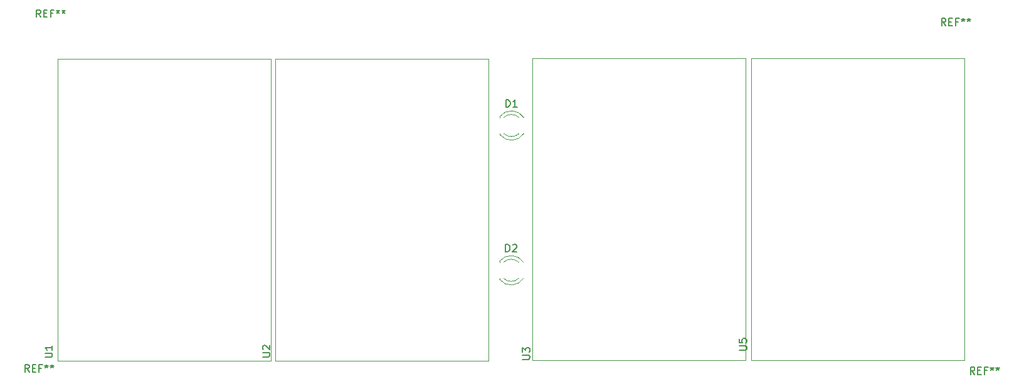
<source format=gbr>
%TF.GenerationSoftware,KiCad,Pcbnew,9.0.2*%
%TF.CreationDate,2025-06-17T23:20:14+05:30*%
%TF.ProjectId,clock,636c6f63-6b2e-46b6-9963-61645f706362,rev?*%
%TF.SameCoordinates,Original*%
%TF.FileFunction,Legend,Top*%
%TF.FilePolarity,Positive*%
%FSLAX46Y46*%
G04 Gerber Fmt 4.6, Leading zero omitted, Abs format (unit mm)*
G04 Created by KiCad (PCBNEW 9.0.2) date 2025-06-17 23:20:14*
%MOMM*%
%LPD*%
G01*
G04 APERTURE LIST*
%ADD10C,0.150000*%
%ADD11C,0.100000*%
%ADD12C,0.120000*%
G04 APERTURE END LIST*
D10*
X169916666Y-141304819D02*
X169583333Y-140828628D01*
X169345238Y-141304819D02*
X169345238Y-140304819D01*
X169345238Y-140304819D02*
X169726190Y-140304819D01*
X169726190Y-140304819D02*
X169821428Y-140352438D01*
X169821428Y-140352438D02*
X169869047Y-140400057D01*
X169869047Y-140400057D02*
X169916666Y-140495295D01*
X169916666Y-140495295D02*
X169916666Y-140638152D01*
X169916666Y-140638152D02*
X169869047Y-140733390D01*
X169869047Y-140733390D02*
X169821428Y-140781009D01*
X169821428Y-140781009D02*
X169726190Y-140828628D01*
X169726190Y-140828628D02*
X169345238Y-140828628D01*
X170345238Y-140781009D02*
X170678571Y-140781009D01*
X170821428Y-141304819D02*
X170345238Y-141304819D01*
X170345238Y-141304819D02*
X170345238Y-140304819D01*
X170345238Y-140304819D02*
X170821428Y-140304819D01*
X171583333Y-140781009D02*
X171250000Y-140781009D01*
X171250000Y-141304819D02*
X171250000Y-140304819D01*
X171250000Y-140304819D02*
X171726190Y-140304819D01*
X172250000Y-140304819D02*
X172250000Y-140542914D01*
X172011905Y-140447676D02*
X172250000Y-140542914D01*
X172250000Y-140542914D02*
X172488095Y-140447676D01*
X172107143Y-140733390D02*
X172250000Y-140542914D01*
X172250000Y-140542914D02*
X172392857Y-140733390D01*
X173011905Y-140304819D02*
X173011905Y-140542914D01*
X172773810Y-140447676D02*
X173011905Y-140542914D01*
X173011905Y-140542914D02*
X173250000Y-140447676D01*
X172869048Y-140733390D02*
X173011905Y-140542914D01*
X173011905Y-140542914D02*
X173154762Y-140733390D01*
X138119819Y-138039404D02*
X138929342Y-138039404D01*
X138929342Y-138039404D02*
X139024580Y-137991785D01*
X139024580Y-137991785D02*
X139072200Y-137944166D01*
X139072200Y-137944166D02*
X139119819Y-137848928D01*
X139119819Y-137848928D02*
X139119819Y-137658452D01*
X139119819Y-137658452D02*
X139072200Y-137563214D01*
X139072200Y-137563214D02*
X139024580Y-137515595D01*
X139024580Y-137515595D02*
X138929342Y-137467976D01*
X138929342Y-137467976D02*
X138119819Y-137467976D01*
X138119819Y-136515595D02*
X138119819Y-136991785D01*
X138119819Y-136991785D02*
X138596009Y-137039404D01*
X138596009Y-137039404D02*
X138548390Y-136991785D01*
X138548390Y-136991785D02*
X138500771Y-136896547D01*
X138500771Y-136896547D02*
X138500771Y-136658452D01*
X138500771Y-136658452D02*
X138548390Y-136563214D01*
X138548390Y-136563214D02*
X138596009Y-136515595D01*
X138596009Y-136515595D02*
X138691247Y-136467976D01*
X138691247Y-136467976D02*
X138929342Y-136467976D01*
X138929342Y-136467976D02*
X139024580Y-136515595D01*
X139024580Y-136515595D02*
X139072200Y-136563214D01*
X139072200Y-136563214D02*
X139119819Y-136658452D01*
X139119819Y-136658452D02*
X139119819Y-136896547D01*
X139119819Y-136896547D02*
X139072200Y-136991785D01*
X139072200Y-136991785D02*
X139024580Y-137039404D01*
X106591905Y-124744819D02*
X106591905Y-123744819D01*
X106591905Y-123744819D02*
X106830000Y-123744819D01*
X106830000Y-123744819D02*
X106972857Y-123792438D01*
X106972857Y-123792438D02*
X107068095Y-123887676D01*
X107068095Y-123887676D02*
X107115714Y-123982914D01*
X107115714Y-123982914D02*
X107163333Y-124173390D01*
X107163333Y-124173390D02*
X107163333Y-124316247D01*
X107163333Y-124316247D02*
X107115714Y-124506723D01*
X107115714Y-124506723D02*
X107068095Y-124601961D01*
X107068095Y-124601961D02*
X106972857Y-124697200D01*
X106972857Y-124697200D02*
X106830000Y-124744819D01*
X106830000Y-124744819D02*
X106591905Y-124744819D01*
X107544286Y-123840057D02*
X107591905Y-123792438D01*
X107591905Y-123792438D02*
X107687143Y-123744819D01*
X107687143Y-123744819D02*
X107925238Y-123744819D01*
X107925238Y-123744819D02*
X108020476Y-123792438D01*
X108020476Y-123792438D02*
X108068095Y-123840057D01*
X108068095Y-123840057D02*
X108115714Y-123935295D01*
X108115714Y-123935295D02*
X108115714Y-124030533D01*
X108115714Y-124030533D02*
X108068095Y-124173390D01*
X108068095Y-124173390D02*
X107496667Y-124744819D01*
X107496667Y-124744819D02*
X108115714Y-124744819D01*
X43799940Y-93038093D02*
X43466607Y-92561902D01*
X43228512Y-93038093D02*
X43228512Y-92038093D01*
X43228512Y-92038093D02*
X43609464Y-92038093D01*
X43609464Y-92038093D02*
X43704702Y-92085712D01*
X43704702Y-92085712D02*
X43752321Y-92133331D01*
X43752321Y-92133331D02*
X43799940Y-92228569D01*
X43799940Y-92228569D02*
X43799940Y-92371426D01*
X43799940Y-92371426D02*
X43752321Y-92466664D01*
X43752321Y-92466664D02*
X43704702Y-92514283D01*
X43704702Y-92514283D02*
X43609464Y-92561902D01*
X43609464Y-92561902D02*
X43228512Y-92561902D01*
X44228512Y-92514283D02*
X44561845Y-92514283D01*
X44704702Y-93038093D02*
X44228512Y-93038093D01*
X44228512Y-93038093D02*
X44228512Y-92038093D01*
X44228512Y-92038093D02*
X44704702Y-92038093D01*
X45466607Y-92514283D02*
X45133274Y-92514283D01*
X45133274Y-93038093D02*
X45133274Y-92038093D01*
X45133274Y-92038093D02*
X45609464Y-92038093D01*
X46133274Y-92038093D02*
X46133274Y-92276188D01*
X45895179Y-92180950D02*
X46133274Y-92276188D01*
X46133274Y-92276188D02*
X46371369Y-92180950D01*
X45990417Y-92466664D02*
X46133274Y-92276188D01*
X46133274Y-92276188D02*
X46276131Y-92466664D01*
X46895179Y-92038093D02*
X46895179Y-92276188D01*
X46657084Y-92180950D02*
X46895179Y-92276188D01*
X46895179Y-92276188D02*
X47133274Y-92180950D01*
X46752322Y-92466664D02*
X46895179Y-92276188D01*
X46895179Y-92276188D02*
X47038036Y-92466664D01*
X44374819Y-139004404D02*
X45184342Y-139004404D01*
X45184342Y-139004404D02*
X45279580Y-138956785D01*
X45279580Y-138956785D02*
X45327200Y-138909166D01*
X45327200Y-138909166D02*
X45374819Y-138813928D01*
X45374819Y-138813928D02*
X45374819Y-138623452D01*
X45374819Y-138623452D02*
X45327200Y-138528214D01*
X45327200Y-138528214D02*
X45279580Y-138480595D01*
X45279580Y-138480595D02*
X45184342Y-138432976D01*
X45184342Y-138432976D02*
X44374819Y-138432976D01*
X45374819Y-137432976D02*
X45374819Y-138004404D01*
X45374819Y-137718690D02*
X44374819Y-137718690D01*
X44374819Y-137718690D02*
X44517676Y-137813928D01*
X44517676Y-137813928D02*
X44612914Y-137909166D01*
X44612914Y-137909166D02*
X44660533Y-138004404D01*
X73754819Y-138941904D02*
X74564342Y-138941904D01*
X74564342Y-138941904D02*
X74659580Y-138894285D01*
X74659580Y-138894285D02*
X74707200Y-138846666D01*
X74707200Y-138846666D02*
X74754819Y-138751428D01*
X74754819Y-138751428D02*
X74754819Y-138560952D01*
X74754819Y-138560952D02*
X74707200Y-138465714D01*
X74707200Y-138465714D02*
X74659580Y-138418095D01*
X74659580Y-138418095D02*
X74564342Y-138370476D01*
X74564342Y-138370476D02*
X73754819Y-138370476D01*
X73850057Y-137941904D02*
X73802438Y-137894285D01*
X73802438Y-137894285D02*
X73754819Y-137799047D01*
X73754819Y-137799047D02*
X73754819Y-137560952D01*
X73754819Y-137560952D02*
X73802438Y-137465714D01*
X73802438Y-137465714D02*
X73850057Y-137418095D01*
X73850057Y-137418095D02*
X73945295Y-137370476D01*
X73945295Y-137370476D02*
X74040533Y-137370476D01*
X74040533Y-137370476D02*
X74183390Y-137418095D01*
X74183390Y-137418095D02*
X74754819Y-137989523D01*
X74754819Y-137989523D02*
X74754819Y-137370476D01*
X106631905Y-105174819D02*
X106631905Y-104174819D01*
X106631905Y-104174819D02*
X106870000Y-104174819D01*
X106870000Y-104174819D02*
X107012857Y-104222438D01*
X107012857Y-104222438D02*
X107108095Y-104317676D01*
X107108095Y-104317676D02*
X107155714Y-104412914D01*
X107155714Y-104412914D02*
X107203333Y-104603390D01*
X107203333Y-104603390D02*
X107203333Y-104746247D01*
X107203333Y-104746247D02*
X107155714Y-104936723D01*
X107155714Y-104936723D02*
X107108095Y-105031961D01*
X107108095Y-105031961D02*
X107012857Y-105127200D01*
X107012857Y-105127200D02*
X106870000Y-105174819D01*
X106870000Y-105174819D02*
X106631905Y-105174819D01*
X108155714Y-105174819D02*
X107584286Y-105174819D01*
X107870000Y-105174819D02*
X107870000Y-104174819D01*
X107870000Y-104174819D02*
X107774762Y-104317676D01*
X107774762Y-104317676D02*
X107679524Y-104412914D01*
X107679524Y-104412914D02*
X107584286Y-104460533D01*
X108864819Y-139276904D02*
X109674342Y-139276904D01*
X109674342Y-139276904D02*
X109769580Y-139229285D01*
X109769580Y-139229285D02*
X109817200Y-139181666D01*
X109817200Y-139181666D02*
X109864819Y-139086428D01*
X109864819Y-139086428D02*
X109864819Y-138895952D01*
X109864819Y-138895952D02*
X109817200Y-138800714D01*
X109817200Y-138800714D02*
X109769580Y-138753095D01*
X109769580Y-138753095D02*
X109674342Y-138705476D01*
X109674342Y-138705476D02*
X108864819Y-138705476D01*
X108864819Y-138324523D02*
X108864819Y-137705476D01*
X108864819Y-137705476D02*
X109245771Y-138038809D01*
X109245771Y-138038809D02*
X109245771Y-137895952D01*
X109245771Y-137895952D02*
X109293390Y-137800714D01*
X109293390Y-137800714D02*
X109341009Y-137753095D01*
X109341009Y-137753095D02*
X109436247Y-137705476D01*
X109436247Y-137705476D02*
X109674342Y-137705476D01*
X109674342Y-137705476D02*
X109769580Y-137753095D01*
X109769580Y-137753095D02*
X109817200Y-137800714D01*
X109817200Y-137800714D02*
X109864819Y-137895952D01*
X109864819Y-137895952D02*
X109864819Y-138181666D01*
X109864819Y-138181666D02*
X109817200Y-138276904D01*
X109817200Y-138276904D02*
X109769580Y-138324523D01*
X166016666Y-94174819D02*
X165683333Y-93698628D01*
X165445238Y-94174819D02*
X165445238Y-93174819D01*
X165445238Y-93174819D02*
X165826190Y-93174819D01*
X165826190Y-93174819D02*
X165921428Y-93222438D01*
X165921428Y-93222438D02*
X165969047Y-93270057D01*
X165969047Y-93270057D02*
X166016666Y-93365295D01*
X166016666Y-93365295D02*
X166016666Y-93508152D01*
X166016666Y-93508152D02*
X165969047Y-93603390D01*
X165969047Y-93603390D02*
X165921428Y-93651009D01*
X165921428Y-93651009D02*
X165826190Y-93698628D01*
X165826190Y-93698628D02*
X165445238Y-93698628D01*
X166445238Y-93651009D02*
X166778571Y-93651009D01*
X166921428Y-94174819D02*
X166445238Y-94174819D01*
X166445238Y-94174819D02*
X166445238Y-93174819D01*
X166445238Y-93174819D02*
X166921428Y-93174819D01*
X167683333Y-93651009D02*
X167350000Y-93651009D01*
X167350000Y-94174819D02*
X167350000Y-93174819D01*
X167350000Y-93174819D02*
X167826190Y-93174819D01*
X168350000Y-93174819D02*
X168350000Y-93412914D01*
X168111905Y-93317676D02*
X168350000Y-93412914D01*
X168350000Y-93412914D02*
X168588095Y-93317676D01*
X168207143Y-93603390D02*
X168350000Y-93412914D01*
X168350000Y-93412914D02*
X168492857Y-93603390D01*
X169111905Y-93174819D02*
X169111905Y-93412914D01*
X168873810Y-93317676D02*
X169111905Y-93412914D01*
X169111905Y-93412914D02*
X169350000Y-93317676D01*
X168969048Y-93603390D02*
X169111905Y-93412914D01*
X169111905Y-93412914D02*
X169254762Y-93603390D01*
X42256666Y-141002319D02*
X41923333Y-140526128D01*
X41685238Y-141002319D02*
X41685238Y-140002319D01*
X41685238Y-140002319D02*
X42066190Y-140002319D01*
X42066190Y-140002319D02*
X42161428Y-140049938D01*
X42161428Y-140049938D02*
X42209047Y-140097557D01*
X42209047Y-140097557D02*
X42256666Y-140192795D01*
X42256666Y-140192795D02*
X42256666Y-140335652D01*
X42256666Y-140335652D02*
X42209047Y-140430890D01*
X42209047Y-140430890D02*
X42161428Y-140478509D01*
X42161428Y-140478509D02*
X42066190Y-140526128D01*
X42066190Y-140526128D02*
X41685238Y-140526128D01*
X42685238Y-140478509D02*
X43018571Y-140478509D01*
X43161428Y-141002319D02*
X42685238Y-141002319D01*
X42685238Y-141002319D02*
X42685238Y-140002319D01*
X42685238Y-140002319D02*
X43161428Y-140002319D01*
X43923333Y-140478509D02*
X43590000Y-140478509D01*
X43590000Y-141002319D02*
X43590000Y-140002319D01*
X43590000Y-140002319D02*
X44066190Y-140002319D01*
X44590000Y-140002319D02*
X44590000Y-140240414D01*
X44351905Y-140145176D02*
X44590000Y-140240414D01*
X44590000Y-140240414D02*
X44828095Y-140145176D01*
X44447143Y-140430890D02*
X44590000Y-140240414D01*
X44590000Y-140240414D02*
X44732857Y-140430890D01*
X45351905Y-140002319D02*
X45351905Y-140240414D01*
X45113810Y-140145176D02*
X45351905Y-140240414D01*
X45351905Y-140240414D02*
X45590000Y-140145176D01*
X45209048Y-140430890D02*
X45351905Y-140240414D01*
X45351905Y-140240414D02*
X45494762Y-140430890D01*
D11*
%TO.C,U5*%
X139745000Y-98567500D02*
X168545000Y-98567500D01*
X139745000Y-139377500D02*
X139745000Y-98577500D01*
X168545000Y-98577500D02*
X168545000Y-139377500D01*
X168545000Y-139377500D02*
X139745000Y-139377500D01*
D12*
%TO.C,D2*%
X105770000Y-126014000D02*
X105770000Y-126170000D01*
X105770000Y-128330000D02*
X105770000Y-128486000D01*
X105770000Y-126014484D02*
G75*
G02*
X109001437Y-126170000I1560000J-1235516D01*
G01*
X106289039Y-126170000D02*
G75*
G02*
X108370961Y-126170000I1040961J-1080000D01*
G01*
X108370961Y-128330000D02*
G75*
G02*
X106289039Y-128330000I-1040961J1080000D01*
G01*
X109001437Y-128330000D02*
G75*
G02*
X105770000Y-128485516I-1671437J1080000D01*
G01*
D11*
%TO.C,U1*%
X46070000Y-98662500D02*
X74870000Y-98662500D01*
X46070000Y-139472500D02*
X46070000Y-98672500D01*
X74870000Y-98672500D02*
X74870000Y-139472500D01*
X74870000Y-139472500D02*
X46070000Y-139472500D01*
%TO.C,U2*%
X75450000Y-98670000D02*
X104250000Y-98670000D01*
X75450000Y-139480000D02*
X75450000Y-98680000D01*
X104250000Y-98680000D02*
X104250000Y-139480000D01*
X104250000Y-139480000D02*
X75450000Y-139480000D01*
D12*
%TO.C,D1*%
X105810000Y-106444000D02*
X105810000Y-106600000D01*
X105810000Y-108760000D02*
X105810000Y-108916000D01*
X105810000Y-106444484D02*
G75*
G02*
X109041437Y-106600000I1560000J-1235516D01*
G01*
X106329039Y-106600000D02*
G75*
G02*
X108410961Y-106600000I1040961J-1080000D01*
G01*
X108410961Y-108760000D02*
G75*
G02*
X106329039Y-108760000I-1040961J1080000D01*
G01*
X109041437Y-108760000D02*
G75*
G02*
X105810000Y-108915516I-1671437J1080000D01*
G01*
D11*
%TO.C,U3*%
X110225000Y-98615000D02*
X139025000Y-98615000D01*
X110225000Y-139425000D02*
X110225000Y-98625000D01*
X139025000Y-98625000D02*
X139025000Y-139425000D01*
X139025000Y-139425000D02*
X110225000Y-139425000D01*
%TD*%
M02*

</source>
